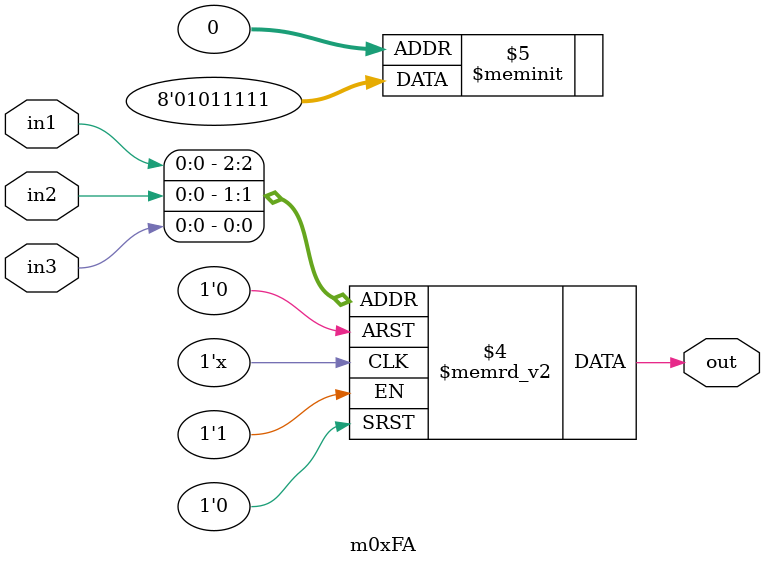
<source format=v>
module m0xFA(output out, input in1, in2, in3);

   always @(in1, in2, in3)
     begin
        case({in1, in2, in3})
          3'b000: {out} = 1'b1;
          3'b001: {out} = 1'b1;
          3'b010: {out} = 1'b1;
          3'b011: {out} = 1'b1;
          3'b100: {out} = 1'b1;
          3'b101: {out} = 1'b0;
          3'b110: {out} = 1'b1;
          3'b111: {out} = 1'b0;
        endcase // case ({in1, in2, in3})
     end // always @ (in1, in2, in3)

endmodule // m0xFA
</source>
